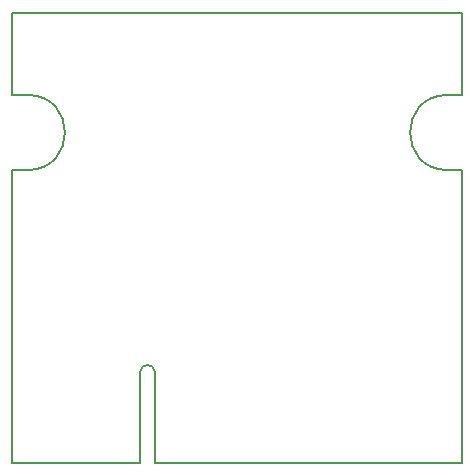
<source format=gbr>
G04 #@! TF.GenerationSoftware,KiCad,Pcbnew,5.0.0-rc2-be01b52~65~ubuntu18.04.1*
G04 #@! TF.CreationDate,2018-06-11T23:06:02+04:00*
G04 #@! TF.ProjectId,interface2_cartridge,696E74657266616365325F6361727472,rev?*
G04 #@! TF.SameCoordinates,Original*
G04 #@! TF.FileFunction,Profile,NP*
%FSLAX46Y46*%
G04 Gerber Fmt 4.6, Leading zero omitted, Abs format (unit mm)*
G04 Created by KiCad (PCBNEW 5.0.0-rc2-be01b52~65~ubuntu18.04.1) date Mon Jun 11 23:06:02 2018*
%MOMM*%
%LPD*%
G01*
G04 APERTURE LIST*
%ADD10C,0.150000*%
%ADD11C,0.200000*%
G04 APERTURE END LIST*
D10*
X113030000Y-56515000D02*
X114300000Y-56515000D01*
X113030000Y-62865000D02*
X114300000Y-62865000D01*
D11*
X149860000Y-62865000D02*
X151130000Y-62865000D01*
X149860000Y-56515000D02*
X151130000Y-56515000D01*
D10*
X123825000Y-80010000D02*
G75*
G02X125095000Y-80010000I635000J0D01*
G01*
X114300000Y-56515000D02*
G75*
G02X114300000Y-62865000I0J-3175000D01*
G01*
X149860000Y-62865000D02*
G75*
G02X149860000Y-56515000I0J3175000D01*
G01*
D11*
X113030000Y-49530000D02*
X113030000Y-56515000D01*
X151130000Y-49530000D02*
X113030000Y-49530000D01*
X151130000Y-56515000D02*
X151130000Y-49530000D01*
X151130000Y-87630000D02*
X151130000Y-62865000D01*
X125095000Y-87630000D02*
X151130000Y-87630000D01*
X125095000Y-80010000D02*
X125095000Y-87630000D01*
X123825000Y-87630000D02*
X123825000Y-80010000D01*
X113030000Y-87630000D02*
X123825000Y-87630000D01*
X113030000Y-62865000D02*
X113030000Y-87630000D01*
M02*

</source>
